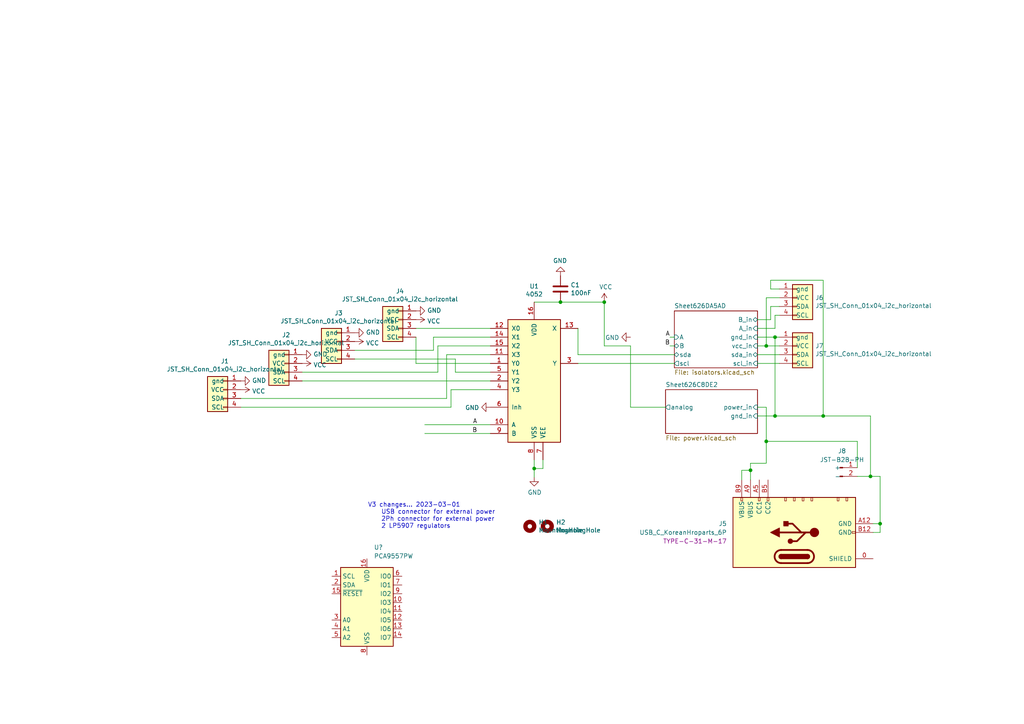
<source format=kicad_sch>
(kicad_sch (version 20211123) (generator eeschema)
  (paper "A4")
  (lib_symbols
    (symbol "0JLC-6:JST-B2B-PH" (pin_names (offset 1.016))
      (property "Reference" "J" (at 0 2.54 0))
      (property "Value" "JST-B2B-PH" (at 0 -5.08 0))
      (symbol "JST-B2B-PH_1_1"
        (polyline (pts (xy 1.27 -2.54) (xy 0.8636 -2.54)) (stroke (width 0.1524)))
        (polyline (pts (xy 1.27 0) (xy 0.8636 0)) (stroke (width 0.1524)))
        (rectangle (start 0.8636 -2.413) (end 0 -2.667) (stroke (width 0.1524)) (fill (type outline)))
        (rectangle (start 0.8636 0.127) (end 0 -0.127) (stroke (width 0.1524)) (fill (type outline)))
        (pin passive line (at 5.08 0 180) (length 3.81) (name "+") (number "1"))
        (pin passive line (at 5.08 -2.54 180) (length 3.81) (name "-") (number "2"))
      )
    )
    (symbol "0JLC-6:USB_C_KoreanHroparts_6P" (pin_names (offset 1.016))
      (property "Reference" "J" (at -10.16 19.05 0))
      (property "Value" "USB_C_KoreanHroparts_6P" (at 19.05 19.05 0))
      (property "MPN" "TYPE-C-31-M-17" (at 0 0 0))
      (symbol "USB_C_KoreanHroparts_6P_0_0"
        (rectangle (start -0.254 -17.78) (end 0.254 -16.764))
        (rectangle (start 10.16 -14.986) (end 9.144 -15.494))
        (rectangle (start 10.16 -12.446) (end 9.144 -12.954))
        (rectangle (start 10.16 -4.826) (end 9.144 -5.334))
        (rectangle (start 10.16 -2.286) (end 9.144 -2.794))
        (rectangle (start 10.16 0.254) (end 9.144 -0.254))
        (rectangle (start 10.16 2.794) (end 9.144 2.286))
        (rectangle (start 10.16 7.874) (end 9.144 7.366))
        (rectangle (start 10.16 10.414) (end 9.144 9.906))
        (rectangle (start 10.16 15.494) (end 9.144 14.986))
      )
      (symbol "USB_C_KoreanHroparts_6P_0_1"
        (rectangle (start -10.16 17.78) (end 10.16 -17.78) (stroke (width 0.254)) (fill (type background)))
        (arc (start -8.89 -3.81) (mid -6.985 -5.715) (end -5.08 -3.81) (stroke (width 0.508)))
        (arc (start -7.62 -3.81) (mid -6.985 -4.445) (end -6.35 -3.81) (stroke (width 0.254)))
        (arc (start -7.62 -3.81) (mid -6.985 -4.445) (end -6.35 -3.81) (stroke (width 0.254)) (fill (type outline)))
        (rectangle (start -7.62 -3.81) (end -6.35 3.81) (stroke (width 0.254)) (fill (type outline)))
        (arc (start -6.35 3.81) (mid -6.985 4.445) (end -7.62 3.81) (stroke (width 0.254)))
        (arc (start -6.35 3.81) (mid -6.985 4.445) (end -7.62 3.81) (stroke (width 0.254)) (fill (type outline)))
        (arc (start -5.08 3.81) (mid -6.985 5.715) (end -8.89 3.81) (stroke (width 0.508)))
        (circle (center -2.54 1.143) (radius 0.635) (stroke (width 0.254)) (fill (type outline)))
        (circle (center 0 -5.842) (radius 1.27) (fill (type outline)))
        (polyline (pts (xy -8.89 -3.81) (xy -8.89 3.81)) (stroke (width 0.508)))
        (polyline (pts (xy -5.08 3.81) (xy -5.08 -3.81)) (stroke (width 0.508)))
        (polyline (pts (xy 0 -5.842) (xy 0 4.318)) (stroke (width 0.508)))
        (polyline (pts (xy 0 -3.302) (xy -2.54 -0.762) (xy -2.54 0.508)) (stroke (width 0.508)))
        (polyline (pts (xy 0 -2.032) (xy 2.54 0.508) (xy 2.54 1.778)) (stroke (width 0.508)))
        (polyline (pts (xy -1.27 4.318) (xy 0 6.858) (xy 1.27 4.318) (xy -1.27 4.318)) (stroke (width 0.254)) (fill (type outline)))
        (rectangle (start 1.905 1.778) (end 3.175 3.048) (stroke (width 0.254)) (fill (type outline)))
      )
      (symbol "USB_C_KoreanHroparts_6P_1_1"
        (pin passive line (at -7.62 -22.86 90) (length 5.08) (name "SHIELD") (number "0"))
        (pin passive line (at 2.54 -22.86 90) (length 5.08) (name "GND") (number "A12"))
        (pin bidirectional line (at 15.24 10.16 180) (length 5.08) (name "CC1") (number "A5"))
        (pin power_out line (at 15.24 12.7 180) (length 5.08) (name "VBUS") (number "A9"))
        (pin passive line (at 0 -22.86 90) (length 5.08) (name "GND") (number "B12"))
        (pin bidirectional line (at 15.24 7.62 180) (length 5.08) (name "CC2") (number "B5"))
        (pin power_out line (at 15.24 15.24 180) (length 5.08) (name "VBUS") (number "B9"))
      )
    )
    (symbol "0JLC:100nF" (pin_numbers hide) (pin_names (offset 0.254))
      (property "Reference" "C" (at 0.635 2.54 0))
      (property "Value" "0JLC_100nF" (at 0.635 -2.54 0))
      (symbol "100nF_0_1"
        (polyline (pts (xy -2.032 -0.762) (xy 2.032 -0.762)) (stroke (width 0.508)))
        (polyline (pts (xy -2.032 0.762) (xy 2.032 0.762)) (stroke (width 0.508)))
      )
      (symbol "100nF_1_1"
        (pin passive line (at 0 3.81 270) (length 2.794) (name "~") (number "1"))
        (pin passive line (at 0 -3.81 90) (length 2.794) (name "~") (number "2"))
      )
    )
    (symbol "0JLC:JST_SH_Conn_01x04_i2c_horizontal" (pin_names (offset 1.016))
      (property "Reference" "J" (at 0 5.08 0))
      (property "Value" "0JLC_JST_SH_Conn_01x04_i2c_horizontal" (at 0 -7.62 0))
      (symbol "JST_SH_Conn_01x04_i2c_horizontal_1_1"
        (rectangle (start -1.27 -4.953) (end 0 -5.207) (stroke (width 0.1524)))
        (rectangle (start -1.27 -2.413) (end 0 -2.667) (stroke (width 0.1524)))
        (rectangle (start -1.27 0.127) (end 0 -0.127) (stroke (width 0.1524)))
        (rectangle (start -1.27 2.667) (end 0 2.413) (stroke (width 0.1524)))
        (rectangle (start -1.27 3.81) (end 4.572 -6.35) (stroke (width 0.254)) (fill (type background)))
        (pin passive line (at -5.08 2.54 0) (length 3.81) (name "gnd") (number "1"))
        (pin passive line (at -5.08 0 0) (length 3.81) (name "VCC") (number "2"))
        (pin passive line (at -5.08 -2.54 0) (length 3.81) (name "SDA") (number "3"))
        (pin passive line (at -5.08 -5.08 0) (length 3.81) (name "SCL") (number "4"))
      )
    )
    (symbol "4xxx:4052" (pin_names (offset 1.016))
      (property "Reference" "U" (at -7.62 19.05 0))
      (property "Value" "4052" (at -7.62 -19.05 0))
      (symbol "4052_1_0"
        (pin passive line (at -12.7 5.08 0) (length 5.08) (name "Y0") (number "1"))
        (pin input line (at -12.7 -12.7 0) (length 5.08) (name "A") (number "10"))
        (pin passive line (at -12.7 7.62 0) (length 5.08) (name "X3") (number "11"))
        (pin passive line (at -12.7 15.24 0) (length 5.08) (name "X0") (number "12"))
        (pin passive line (at 12.7 15.24 180) (length 5.08) (name "X") (number "13"))
        (pin passive line (at -12.7 12.7 0) (length 5.08) (name "X1") (number "14"))
        (pin passive line (at -12.7 10.16 0) (length 5.08) (name "X2") (number "15"))
        (pin power_in line (at 0 22.86 270) (length 5.08) (name "VDD") (number "16"))
        (pin passive line (at -12.7 0 0) (length 5.08) (name "Y2") (number "2"))
        (pin passive line (at 12.7 5.08 180) (length 5.08) (name "Y") (number "3"))
        (pin passive line (at -12.7 -2.54 0) (length 5.08) (name "Y3") (number "4"))
        (pin passive line (at -12.7 2.54 0) (length 5.08) (name "Y1") (number "5"))
        (pin input line (at -12.7 -7.62 0) (length 5.08) (name "Inh") (number "6"))
        (pin power_in line (at 2.54 -22.86 90) (length 5.08) (name "VEE") (number "7"))
        (pin power_in line (at 0 -22.86 90) (length 5.08) (name "VSS") (number "8"))
        (pin input line (at -12.7 -15.24 0) (length 5.08) (name "B") (number "9"))
      )
      (symbol "4052_1_1"
        (rectangle (start -7.62 17.78) (end 7.62 -17.78) (stroke (width 0.254)) (fill (type background)))
      )
    )
    (symbol "Interface_Expansion:PCA9557PW"
      (property "Reference" "U" (at -7.62 11.43 0))
      (property "Value" "PCA9557PW" (at 2.54 11.43 0))
      (symbol "PCA9557PW_0_1"
        (rectangle (start -7.62 -12.7) (end 7.62 10.16) (stroke (width 0.254)) (fill (type background)))
      )
      (symbol "PCA9557PW_1_1"
        (pin input line (at -10.16 7.62 0) (length 2.54) (name "SCL") (number "1"))
        (pin bidirectional line (at 10.16 0 180) (length 2.54) (name "IO3") (number "10"))
        (pin bidirectional line (at 10.16 -2.54 180) (length 2.54) (name "IO4") (number "11"))
        (pin bidirectional line (at 10.16 -5.08 180) (length 2.54) (name "IO5") (number "12"))
        (pin bidirectional line (at 10.16 -7.62 180) (length 2.54) (name "IO6") (number "13"))
        (pin bidirectional line (at 10.16 -10.16 180) (length 2.54) (name "IO7") (number "14"))
        (pin input line (at -10.16 2.54 0) (length 2.54) (name "~{RESET}") (number "15"))
        (pin power_in line (at 0 12.7 270) (length 2.54) (name "VDD") (number "16"))
        (pin bidirectional line (at -10.16 5.08 0) (length 2.54) (name "SDA") (number "2"))
        (pin input line (at -10.16 -5.08 0) (length 2.54) (name "A0") (number "3"))
        (pin input line (at -10.16 -7.62 0) (length 2.54) (name "A1") (number "4"))
        (pin input line (at -10.16 -10.16 0) (length 2.54) (name "A2") (number "5"))
        (pin bidirectional line (at 10.16 7.62 180) (length 2.54) (name "IO0") (number "6"))
        (pin bidirectional line (at 10.16 5.08 180) (length 2.54) (name "IO1") (number "7"))
        (pin power_in line (at 0 -15.24 90) (length 2.54) (name "VSS") (number "8"))
        (pin bidirectional line (at 10.16 2.54 180) (length 2.54) (name "IO2") (number "9"))
      )
    )
    (symbol "Mechanical:MountingHole" (pin_names (offset 1.016))
      (property "Reference" "H" (at 0 5.08 0))
      (property "Value" "MountingHole" (at 0 3.175 0))
      (symbol "MountingHole_0_1"
        (circle (center 0 0) (radius 1.27) (stroke (width 1.27)))
      )
    )
    (symbol "power:GND" (power) (pin_names (offset 0))
      (property "Value" "GND" (at 0 -3.81 0))
      (symbol "GND_0_1"
        (polyline (pts (xy 0 0) (xy 0 -1.27) (xy 1.27 -1.27) (xy 0 -2.54) (xy -1.27 -1.27) (xy 0 -1.27)))
      )
      (symbol "GND_1_1"
        (pin power_in line (at 0 0 270) (length 0) hide (name "GND") (number "1"))
      )
    )
    (symbol "power:VCC" (power) (pin_names (offset 0))
      (property "Value" "VCC" (at 0 3.81 0))
      (symbol "VCC_0_1"
        (polyline (pts (xy -0.762 1.27) (xy 0 2.54)))
        (polyline (pts (xy 0 0) (xy 0 2.54)))
        (polyline (pts (xy 0 2.54) (xy 0.762 1.27)))
      )
      (symbol "VCC_1_1"
        (pin power_in line (at 0 0 90) (length 0) hide (name "VCC") (number "1"))
      )
    )
  )
  (junction (at 255.27 151.892))
  (junction (at 238.76 120.65))
  (junction (at 162.56 87.63))
  (junction (at 222.25 100.33))
  (junction (at 224.79 97.79))
  (junction (at 252.476 138.176))
  (junction (at 217.678 136.398))
  (junction (at 222.25 128.016))
  (junction (at 224.79 120.65))
  (junction (at 175.26 87.63))
  (junction (at 154.94 135.89))
  (wire (pts (xy 223.52 88.9) (xy 223.52 92.71)))
  (wire (pts (xy 142.24 97.79) (xy 125.73 97.79)))
  (wire (pts (xy 217.678 134.366) (xy 217.678 136.398)))
  (wire (pts (xy 226.06 88.9) (xy 223.52 88.9)))
  (wire (pts (xy 222.25 118.11) (xy 219.71 118.11)))
  (wire (pts (xy 129.54 115.57) (xy 69.85 115.57)))
  (wire (pts (xy 167.64 95.25) (xy 167.64 102.87)))
  (wire (pts (xy 238.76 81.28) (xy 238.76 120.65)))
  (wire (pts (xy 253.238 154.432) (xy 255.27 154.432)))
  (wire (pts (xy 219.71 97.79) (xy 224.79 97.79)))
  (wire (pts (xy 125.73 97.79) (xy 125.73 101.6)))
  (wire (pts (xy 87.63 110.49) (xy 142.24 110.49)))
  (wire (pts (xy 127 107.95) (xy 87.63 107.95)))
  (wire (pts (xy 222.25 86.36) (xy 222.25 100.33)))
  (wire (pts (xy 167.64 105.41) (xy 195.58 105.41)))
  (wire (pts (xy 222.25 128.016) (xy 248.666 128.016)))
  (wire (pts (xy 132.08 104.14) (xy 132.08 107.95)))
  (wire (pts (xy 154.94 135.89) (xy 154.94 138.43)))
  (wire (pts (xy 175.26 100.33) (xy 182.88 100.33)))
  (wire (pts (xy 215.138 136.398) (xy 217.678 136.398)))
  (wire (pts (xy 130.81 118.11) (xy 69.85 118.11)))
  (wire (pts (xy 255.27 154.432) (xy 255.27 151.892)))
  (wire (pts (xy 226.06 105.41) (xy 219.71 105.41)))
  (wire (pts (xy 142.24 113.03) (xy 130.81 113.03)))
  (wire (pts (xy 167.64 102.87) (xy 195.58 102.87)))
  (wire (pts (xy 222.25 118.11) (xy 222.25 128.016)))
  (wire (pts (xy 255.27 151.892) (xy 255.27 138.176)))
  (wire (pts (xy 132.08 107.95) (xy 142.24 107.95)))
  (wire (pts (xy 224.79 97.79) (xy 226.06 97.79)))
  (wire (pts (xy 125.73 101.6) (xy 102.87 101.6)))
  (wire (pts (xy 226.06 100.33) (xy 222.25 100.33)))
  (wire (pts (xy 129.54 102.87) (xy 129.54 115.57)))
  (wire (pts (xy 248.666 135.636) (xy 248.666 128.016)))
  (wire (pts (xy 224.79 91.44) (xy 224.79 95.25)))
  (wire (pts (xy 226.06 83.82) (xy 223.52 83.82)))
  (wire (pts (xy 154.94 87.63) (xy 162.56 87.63)))
  (wire (pts (xy 215.138 139.192) (xy 215.138 136.398)))
  (wire (pts (xy 142.24 102.87) (xy 129.54 102.87)))
  (wire (pts (xy 154.94 133.35) (xy 154.94 135.89)))
  (wire (pts (xy 222.25 128.016) (xy 222.25 134.366)))
  (wire (pts (xy 224.79 120.65) (xy 224.79 97.79)))
  (wire (pts (xy 223.52 92.71) (xy 219.71 92.71)))
  (wire (pts (xy 162.56 87.63) (xy 175.26 87.63)))
  (wire (pts (xy 175.26 87.63) (xy 175.26 100.33)))
  (wire (pts (xy 142.24 125.73) (xy 123.19 125.73)))
  (wire (pts (xy 182.88 100.33) (xy 182.88 118.11)))
  (wire (pts (xy 223.52 83.82) (xy 223.52 81.28)))
  (wire (pts (xy 157.48 135.89) (xy 154.94 135.89)))
  (wire (pts (xy 157.48 133.35) (xy 157.48 135.89)))
  (wire (pts (xy 226.06 91.44) (xy 224.79 91.44)))
  (wire (pts (xy 219.71 95.25) (xy 224.79 95.25)))
  (wire (pts (xy 222.25 100.33) (xy 219.71 100.33)))
  (wire (pts (xy 195.58 100.33) (xy 194.31 100.33)))
  (wire (pts (xy 255.27 138.176) (xy 252.476 138.176)))
  (wire (pts (xy 130.81 113.03) (xy 130.81 118.11)))
  (wire (pts (xy 123.19 123.19) (xy 142.24 123.19)))
  (wire (pts (xy 182.88 118.11) (xy 193.04 118.11)))
  (wire (pts (xy 253.238 151.892) (xy 255.27 151.892)))
  (wire (pts (xy 142.24 95.25) (xy 120.65 95.25)))
  (wire (pts (xy 120.65 97.79) (xy 120.65 105.41)))
  (wire (pts (xy 252.476 120.65) (xy 238.76 120.65)))
  (wire (pts (xy 142.24 100.33) (xy 127 100.33)))
  (wire (pts (xy 195.58 97.79) (xy 194.31 97.79)))
  (wire (pts (xy 120.65 105.41) (xy 142.24 105.41)))
  (wire (pts (xy 102.87 104.14) (xy 132.08 104.14)))
  (wire (pts (xy 219.71 120.65) (xy 224.79 120.65)))
  (wire (pts (xy 238.76 120.65) (xy 224.79 120.65)))
  (wire (pts (xy 127 100.33) (xy 127 107.95)))
  (wire (pts (xy 222.25 134.366) (xy 217.678 134.366)))
  (wire (pts (xy 226.06 86.36) (xy 222.25 86.36)))
  (wire (pts (xy 217.678 136.398) (xy 217.678 139.192)))
  (wire (pts (xy 248.666 138.176) (xy 252.476 138.176)))
  (wire (pts (xy 226.06 102.87) (xy 219.71 102.87)))
  (wire (pts (xy 223.52 81.28) (xy 238.76 81.28)))
  (wire (pts (xy 252.476 138.176) (xy 252.476 120.65)))
  (text "V3 changes... 2023-03-01\n    USB connector for external power\n    2Ph connector for external power\n    2 LP5907 regulators " (at 106.68 153.416 0) (effects (font (size 1.27 1.27)) (justify left bottom)))
  (label "B" (at 138.43 125.73 180))
  (label "A" (at 194.31 97.79 180))
  (label "A" (at 138.43 123.19 180))
  (label "B" (at 194.31 100.33 180))
  (symbol (lib_id "4xxx:4052") (at 154.94 110.49 0) (unit 1)
    (property "Reference" "U1" (at 154.94 83.0326 0))
    (property "Value" "4052" (at 154.94 85.344 0))
    (property "Footprint" "Package_SO:TSSOP-16_4.4x5mm_P0.65mm" (effects hide))
    (property "Datasheet" "http://www.intersil.com/content/dam/Intersil/documents/cd40/cd4051bms-52bms-53bms.pdf" (effects hide))
    (property "LCSC" "C8142" (effects hide))
    (property "MPN" "SN74LV4052APWR" (effects hide))
  )
  (symbol (lib_id "0JLC:100nF") (at 162.56 83.82 0) (unit 1)
    (property "Reference" "C1" (at 165.481 82.6516 0) (effects (justify left)))
    (property "Value" "100nF" (at 165.481 84.963 0) (effects (justify left)))
    (property "Footprint" "Capacitor_SMD:C_0603_1608Metric_Pad1.05x0.95mm_HandSolder" (effects hide))
    (property "LCSC" "C14663" (effects hide))
    (property "MPN" "CC0603KRX7R9BB104" (effects hide))
  )
  (symbol (lib_id "power:VCC") (at 175.26 87.63 0) (unit 1)
    (property "Reference" "#PWR012" (effects hide))
    (property "Value" "VCC" (at 175.6918 83.2358 0))
  )
  (symbol (lib_id "power:GND") (at 162.56 80.01 180) (unit 1)
    (property "Reference" "#PWR011" (effects hide))
    (property "Value" "GND" (at 162.433 75.6158 0))
  )
  (symbol (lib_id "power:GND") (at 142.24 118.11 270) (unit 1)
    (property "Reference" "#PWR09" (effects hide))
    (property "Value" "GND" (at 138.9888 118.237 90) (effects (justify right)))
  )
  (symbol (lib_id "power:GND") (at 154.94 138.43 0) (unit 1)
    (property "Reference" "#PWR010" (effects hide))
    (property "Value" "GND" (at 155.067 142.8242 0))
  )
  (symbol (lib_id "0JLC:JST_SH_Conn_01x04_i2c_horizontal") (at 231.14 100.33 0) (unit 1)
    (property "Reference" "J7" (at 236.474 100.33 0) (effects (justify left)))
    (property "Value" "JST_SH_Conn_01x04_i2c_horizontal" (at 236.474 102.6414 0) (effects (justify left)))
    (property "Footprint" "Connector_JST:JST_SH_SM04B-SRSS-TB_1x04-1MP_P1.00mm_Horizontal" (effects hide))
    (property "LCSC" "C371571" (effects hide))
    (property "MPN" "A1001WR-S" (effects hide))
  )
  (symbol (lib_id "power:GND") (at 182.88 97.79 270) (unit 1)
    (property "Reference" "#PWR013" (effects hide))
    (property "Value" "GND" (at 179.6288 97.917 90) (effects (justify right)))
  )
  (symbol (lib_id "0JLC:JST_SH_Conn_01x04_i2c_horizontal") (at 115.57 92.71 0) (mirror y) (unit 1)
    (property "Reference" "J4" (at 116.0018 84.455 0))
    (property "Value" "JST_SH_Conn_01x04_i2c_horizontal" (at 116.0018 86.7664 0))
    (property "Footprint" "Connector_JST:JST_SH_SM04B-SRSS-TB_1x04-1MP_P1.00mm_Horizontal" (effects hide))
    (property "LCSC" "C371571" (effects hide))
    (property "MPN" "A1001WR-S" (effects hide))
  )
  (symbol (lib_id "0JLC:JST_SH_Conn_01x04_i2c_horizontal") (at 97.79 99.06 0) (mirror y) (unit 1)
    (property "Reference" "J3" (at 98.2218 90.805 0))
    (property "Value" "JST_SH_Conn_01x04_i2c_horizontal" (at 98.2218 93.1164 0))
    (property "Footprint" "Connector_JST:JST_SH_SM04B-SRSS-TB_1x04-1MP_P1.00mm_Horizontal" (effects hide))
    (property "LCSC" "C371571" (effects hide))
    (property "MPN" "A1001WR-S" (effects hide))
  )
  (symbol (lib_id "0JLC:JST_SH_Conn_01x04_i2c_horizontal") (at 82.55 105.41 0) (mirror y) (unit 1)
    (property "Reference" "J2" (at 82.9818 97.155 0))
    (property "Value" "JST_SH_Conn_01x04_i2c_horizontal" (at 82.9818 99.4664 0))
    (property "Footprint" "Connector_JST:JST_SH_SM04B-SRSS-TB_1x04-1MP_P1.00mm_Horizontal" (effects hide))
    (property "LCSC" "C371571" (effects hide))
    (property "MPN" "A1001WR-S" (effects hide))
  )
  (symbol (lib_id "0JLC:JST_SH_Conn_01x04_i2c_horizontal") (at 64.77 113.03 0) (mirror y) (unit 1)
    (property "Reference" "J1" (at 65.2018 104.775 0))
    (property "Value" "JST_SH_Conn_01x04_i2c_horizontal" (at 65.2018 107.0864 0))
    (property "Footprint" "Connector_JST:JST_SH_SM04B-SRSS-TB_1x04-1MP_P1.00mm_Horizontal" (effects hide))
    (property "LCSC" "C371571" (effects hide))
    (property "MPN" "A1001WR-S" (effects hide))
  )
  (symbol (lib_id "power:GND") (at 120.65 90.17 90) (unit 1)
    (property "Reference" "#PWR07" (effects hide))
    (property "Value" "GND" (at 123.9012 90.043 90) (effects (justify right)))
  )
  (symbol (lib_id "power:GND") (at 102.87 96.52 90) (unit 1)
    (property "Reference" "#PWR05" (effects hide))
    (property "Value" "GND" (at 106.1212 96.393 90) (effects (justify right)))
  )
  (symbol (lib_id "power:GND") (at 87.63 102.87 90) (unit 1)
    (property "Reference" "#PWR03" (effects hide))
    (property "Value" "GND" (at 90.8812 102.743 90) (effects (justify right)))
  )
  (symbol (lib_id "power:GND") (at 69.85 110.49 90) (unit 1)
    (property "Reference" "#PWR01" (effects hide))
    (property "Value" "GND" (at 73.1012 110.363 90) (effects (justify right)))
  )
  (symbol (lib_id "power:VCC") (at 120.65 92.71 270) (unit 1)
    (property "Reference" "#PWR08" (effects hide))
    (property "Value" "VCC" (at 123.9012 93.1418 90) (effects (justify left)))
  )
  (symbol (lib_id "power:VCC") (at 102.87 99.06 270) (unit 1)
    (property "Reference" "#PWR06" (effects hide))
    (property "Value" "VCC" (at 106.1212 99.4918 90) (effects (justify left)))
  )
  (symbol (lib_id "power:VCC") (at 87.63 105.41 270) (unit 1)
    (property "Reference" "#PWR04" (effects hide))
    (property "Value" "VCC" (at 90.8812 105.8418 90) (effects (justify left)))
  )
  (symbol (lib_id "power:VCC") (at 69.85 113.03 270) (unit 1)
    (property "Reference" "#PWR02" (effects hide))
    (property "Value" "VCC" (at 73.1012 113.4618 90) (effects (justify left)))
  )
  (symbol (lib_id "0JLC:JST_SH_Conn_01x04_i2c_horizontal") (at 231.14 86.36 0) (unit 1)
    (property "Reference" "J6" (at 236.474 86.36 0) (effects (justify left)))
    (property "Value" "JST_SH_Conn_01x04_i2c_horizontal" (at 236.474 88.6714 0) (effects (justify left)))
    (property "Footprint" "Connector_JST:JST_SH_SM04B-SRSS-TB_1x04-1MP_P1.00mm_Horizontal" (effects hide))
    (property "LCSC" "C371571" (effects hide))
    (property "MPN" "A1001WR-S" (effects hide))
  )
  (symbol (lib_id "Mechanical:MountingHole") (at 158.75 152.654 0) (unit 1)
    (property "Reference" "H2" (at 161.29 151.4856 0) (effects (justify left)))
    (property "Value" "MountingHole" (at 161.29 153.797 0) (effects (justify left)))
    (property "Footprint" "MountingHole:MountingHole_2.7mm_M2.5_Pad" (effects hide))
  )
  (symbol (lib_id "Mechanical:MountingHole") (at 153.67 152.654 0) (unit 1)
    (property "Reference" "H1" (at 156.21 151.4856 0) (effects (justify left)))
    (property "Value" "MountingHole" (at 156.21 153.797 0) (effects (justify left)))
    (property "Footprint" "MountingHole:MountingHole_2.7mm_M2.5_Pad" (effects hide))
  )
  (symbol (lib_id "0JLC-6:JST-B2B-PH") (at 243.586 135.636 0) (unit 1)
    (property "Reference" "J8" (at 244.221 130.81 0))
    (property "Value" "JST-B2B-PH" (at 244.221 133.35 0))
    (property "Footprint" "Connector_JST:JST_PH_S2B-PH-K_1x02_P2.00mm_Horizontal" (effects hide))
    (property "LCSC" "C131337" (effects hide))
    (property "MPN" "B2B-PH-K-S(LF)(SN)" (effects hide))
  )
  (symbol (lib_id "0JLC-6:USB_C_KoreanHroparts_6P") (at 230.378 154.432 90) (unit 1)
    (property "Reference" "J5" (at 210.82 151.8919 90) (effects (justify left)))
    (property "Value" "USB_C_KoreanHroparts_6P" (at 210.82 154.4319 90) (effects (justify left)))
    (property "Footprint" "0my_footprints6:my_HRO-TYPE-C-31-M-17" (effects hide))
    (property "LCSC" "C283540" (effects hide))
    (property "MPN" "TYPE-C-31-M-17" (at 210.82 156.9719 90) (effects (justify left)))
  )
  (symbol (lib_id "Interface_Expansion:PCA9557PW") (at 106.426 174.752 0) (unit 1)
    (property "Reference" "U?" (at 108.4454 158.75 0) (effects (justify left)))
    (property "Value" "PCA9557PW" (at 108.4454 161.29 0) (effects (justify left)))
    (property "Footprint" "Package_SO:TSSOP-16_4.4x5mm_P0.65mm" (effects hide))
    (property "Datasheet" "https://www.nxp.com/docs/en/data-sheet/PCA9557.pdf" (effects hide))
    (property "LCSC" "C141380" (effects hide))
  )
  (sheet (at 193.04 113.03) (size 26.67 12.7)
    (property "Sheet name" "Sheet626C8DE2" (at 193.04 112.3184 0) (effects (justify left bottom)))
    (property "Sheet file" "power.kicad_sch" (at 193.04 126.3146 0) (effects (justify left top)))
    (pin "analog" output (at 193.04 118.11 180))
    (pin "power_in" input (at 219.71 118.11 0))
    (pin "gnd_in" input (at 219.71 120.65 0))
  )
  (sheet (at 195.58 90.17) (size 24.13 16.51)
    (property "Sheet name" "Sheet626DA5AD" (at 195.58 89.4584 0) (effects (justify left bottom)))
    (property "Sheet file" "isolators.kicad_sch" (at 195.58 107.2646 0) (effects (justify left top)))
    (pin "scl_in" input (at 219.71 105.41 0))
    (pin "sda_in" bidirectional (at 219.71 102.87 0))
    (pin "vcc_in" input (at 219.71 100.33 0))
    (pin "gnd_in" input (at 219.71 97.79 0))
    (pin "scl" output (at 195.58 105.41 180))
    (pin "sda" bidirectional (at 195.58 102.87 180))
    (pin "B" bidirectional (at 195.58 100.33 180))
    (pin "A" input (at 195.58 97.79 180))
    (pin "B_in" bidirectional (at 219.71 92.71 0))
    (pin "A_in" input (at 219.71 95.25 0))
  )
)
</source>
